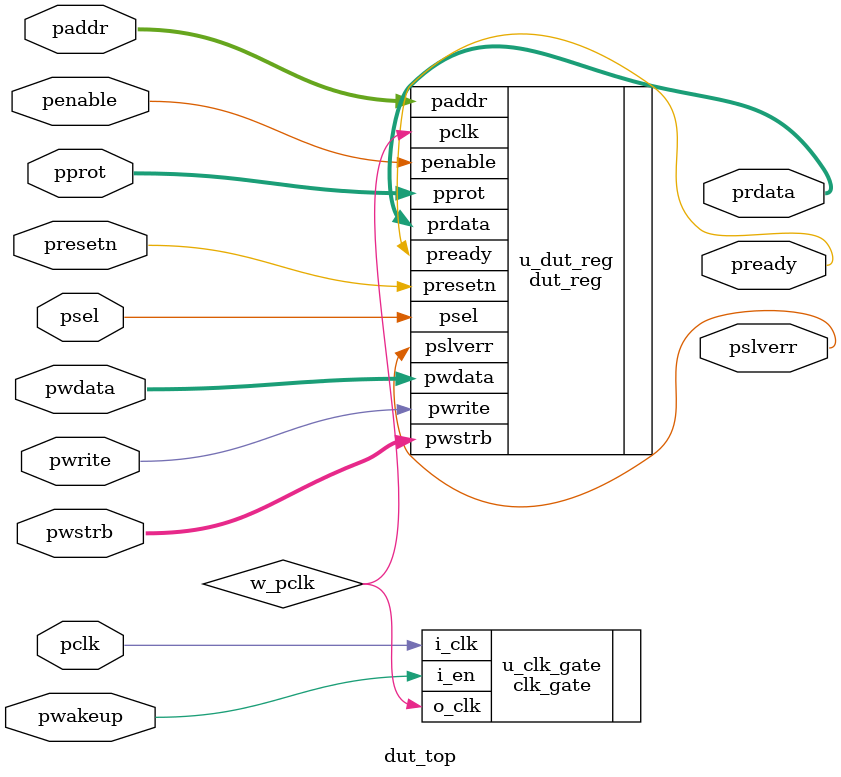
<source format=v>

module dut_top (
    pclk
  , presetn 
  , paddr
  , pprot
  , psel
  , penable
  , pwrite
  , pwdata
  , pwstrb
  , pready
  , prdata
  , pslverr
  , pwakeup
);

  input         pclk   ;
  input         presetn;
  input  [15:0] paddr  ;
  input  [ 2:0] pprot  ;
  input         psel   ;
  input         penable;
  input         pwrite ;
  input  [31:0] pwdata ;
  input  [ 3:0] pwstrb ;
  output        pready ;
  output [31:0] prdata ;
  output        pslverr;
  input         pwakeup;

  wire  w_pclk;

  clk_gate u_clk_gate (
    .i_clk (pclk)
   ,.i_en  (pwakeup)
   ,.o_clk (w_pclk)
  );

  dut_reg  u_dut_reg (
    .pclk    ( w_pclk  )
   ,.presetn ( presetn ) 
   ,.paddr   ( paddr   )
   ,.pprot   ( pprot   )
   ,.psel    ( psel    )
   ,.penable ( penable )
   ,.pwrite  ( pwrite  )
   ,.pwdata  ( pwdata  )
   ,.pwstrb  ( pwstrb  )
   ,.pready  ( pready  )
   ,.prdata  ( prdata  )
   ,.pslverr ( pslverr )
  );

endmodule

</source>
